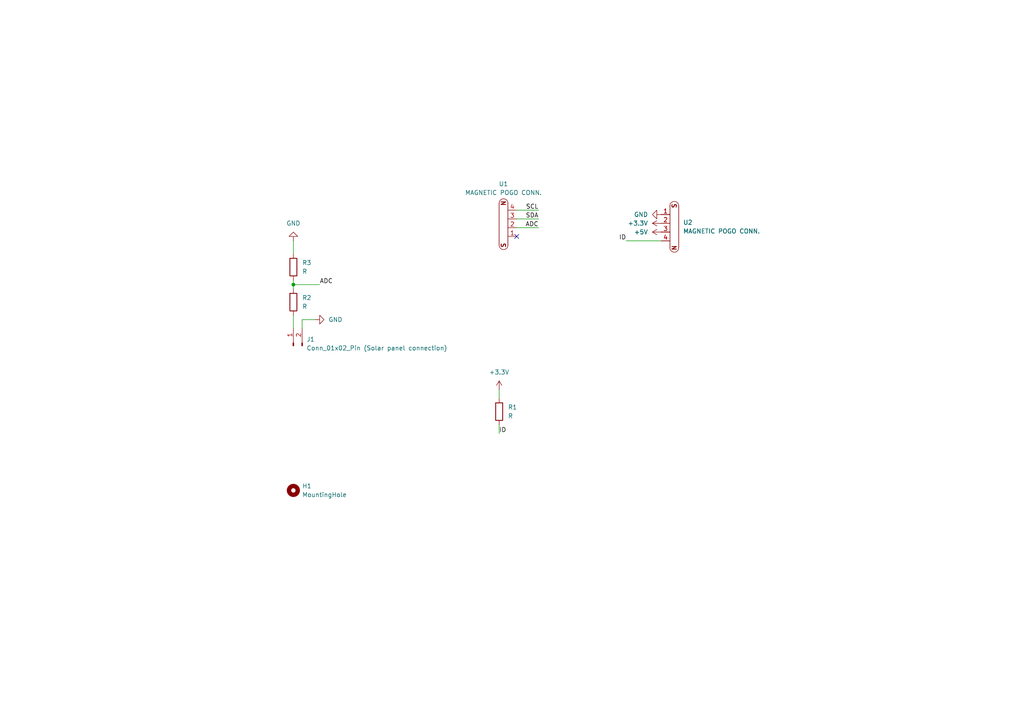
<source format=kicad_sch>
(kicad_sch (version 20250114) (generator "eeschema") (generator_version "9.0")
  (paper "A4")
  (lib_symbols
    (symbol "Connector:Conn_01x02_Pin" (pin_names (offset 1.016) (hide yes))
      (property "Reference" "J" (at 0 2.54 0))
      (property "Value" "Conn_01x02_Pin" (at 0 -5.08 0))
      (symbol "Conn_01x02_Pin_1_1"
        (rectangle (start 0.8636 0.127) (end 0 -0.127) (stroke (width 0.1524)) (fill (type outline)))
        (rectangle (start 0.8636 -2.413) (end 0 -2.667) (stroke (width 0.1524)) (fill (type outline)))
        (polyline (pts (xy 1.27 0) (xy 0.8636 0)) (stroke (width 0.1524)))
        (polyline (pts (xy 1.27 -2.54) (xy 0.8636 -2.54)) (stroke (width 0.1524)))
        (pin passive line (at 5.08 0 180) (length 3.81) (name "Pin_1") (number "1"))
        (pin passive line (at 5.08 -2.54 180) (length 3.81) (name "Pin_2") (number "2"))
      )
    )
    (symbol "Device:R" (pin_numbers (hide yes)) (pin_names (offset 0))
      (property "Reference" "R" (at 2.032 0 90))
      (property "Value" "R" (at 0 0 90))
      (symbol "R_0_1"
        (rectangle (start -1.016 -2.54) (end 1.016 2.54) (stroke (width 0.254)))
      )
      (symbol "R_1_1"
        (pin passive line (at 0 3.81 270) (length 1.27) (name "~") (number "1"))
        (pin passive line (at 0 -3.81 90) (length 1.27) (name "~") (number "2"))
      )
    )
    (symbol "Mechanical:MountingHole" (pin_names (offset 1.016)) (in_bom no)
      (property "Reference" "H" (at 0 5.08 0))
      (property "Value" "MountingHole" (at 0 3.175 0))
      (symbol "MountingHole_0_1"
        (circle (center 0 0) (radius 1.27) (stroke (width 1.27)))
      )
    )
    (symbol "magnetic_pogo_conn.:MAGNETIC_POGO_CONN."
      (property "Reference" "U" (at 0.508 4.826 0))
      (property "Value" "MAGNETIC POGO CONN." (at 0.508 2.54 0))
      (symbol "MAGNETIC_POGO_CONN._1_1"
        (rectangle (start -5.08 1.2954) (end 7.112 1.27) (fill (type background)))
        (arc (start -5.08 -1.27) (mid -6.35 0) (end -5.08 1.27))
        (rectangle (start -5.08 -1.2446) (end 7.112 -1.27) (fill (type background)))
        (arc (start 7.112 1.27) (mid 8.382 0) (end 7.112 -1.27))
        (text "S" (at -5.08 0 0) (effects (font (size 1.27 1.27) (thickness 0.254) (bold yes))))
        (text "N" (at 7.112 0 0) (effects (font (size 1.27 1.27) (thickness 0.254) (bold yes))))
        (pin bidirectional line (at -2.54 -3.81 90) (length 2.54) (name "") (number "1"))
        (pin bidirectional line (at 0 -3.81 90) (length 2.54) (name "") (number "2"))
        (pin bidirectional line (at 2.54 -3.81 90) (length 2.54) (name "") (number "3"))
        (pin bidirectional line (at 5.08 -3.81 90) (length 2.54) (name "") (number "4"))
      )
    )
    (symbol "power:+3.3V" (power) (pin_numbers (hide yes)) (pin_names (offset 0) (hide yes))
      (property "Value" "+3.3V" (at 0 3.556 0))
      (symbol "+3.3V_0_1"
        (polyline (pts (xy -0.762 1.27) (xy 0 2.54)))
        (polyline (pts (xy 0 2.54) (xy 0.762 1.27)))
        (polyline (pts (xy 0 0) (xy 0 2.54)))
      )
      (symbol "+3.3V_1_1"
        (pin power_in line (at 0 0 90) (length 0) (name "~") (number "1"))
      )
    )
    (symbol "power:+5V" (power) (pin_numbers (hide yes)) (pin_names (offset 0) (hide yes))
      (property "Value" "+5V" (at 0 3.556 0))
      (symbol "+5V_0_1"
        (polyline (pts (xy -0.762 1.27) (xy 0 2.54)))
        (polyline (pts (xy 0 2.54) (xy 0.762 1.27)))
        (polyline (pts (xy 0 0) (xy 0 2.54)))
      )
      (symbol "+5V_1_1"
        (pin power_in line (at 0 0 90) (length 0) (name "~") (number "1"))
      )
    )
    (symbol "power:GND" (power) (pin_numbers (hide yes)) (pin_names (offset 0) (hide yes))
      (property "Value" "GND" (at 0 -3.81 0))
      (symbol "GND_0_1"
        (polyline (pts (xy 0 0) (xy 0 -1.27) (xy 1.27 -1.27) (xy 0 -2.54) (xy -1.27 -1.27) (xy 0 -1.27)))
      )
      (symbol "GND_1_1"
        (pin power_in line (at 0 0 270) (length 0) (name "~") (number "1"))
      )
    )
  )
  (junction (at 85.09 82.55))
  (no_connect (at 149.86 68.58))
  (wire (pts (xy 144.78 113.03) (xy 144.78 115.57)))
  (wire (pts (xy 156.21 66.04) (xy 149.86 66.04)))
  (wire (pts (xy 85.09 91.44) (xy 85.09 95.25)))
  (wire (pts (xy 85.09 82.55) (xy 85.09 83.82)))
  (wire (pts (xy 85.09 82.55) (xy 92.71 82.55)))
  (wire (pts (xy 181.61 69.85) (xy 191.77 69.85)))
  (wire (pts (xy 87.63 92.71) (xy 91.44 92.71)))
  (wire (pts (xy 156.21 60.96) (xy 149.86 60.96)))
  (wire (pts (xy 85.09 69.85) (xy 85.09 73.66)))
  (wire (pts (xy 144.78 125.73) (xy 144.78 123.19)))
  (wire (pts (xy 87.63 95.25) (xy 87.63 92.71)))
  (wire (pts (xy 156.21 63.5) (xy 149.86 63.5)))
  (wire (pts (xy 85.09 81.28) (xy 85.09 82.55)))
  (label "ADC" (at 92.71 82.55 0))
  (label "SCL" (at 156.21 60.96 180))
  (label "SDA" (at 156.21 63.5 180))
  (label "ID" (at 144.78 125.73 0))
  (label "ID" (at 181.61 69.85 180))
  (label "ADC" (at 156.21 66.04 180))
  (symbol (lib_id "Mechanical:MountingHole") (at 85.09 142.24 0) (unit 1) (in_bom no)
    (property "Reference" "H1" (at 87.63 140.9699 0) (effects (justify left)))
    (property "Value" "MountingHole" (at 87.63 143.5099 0) (effects (justify left)))
    (property "Footprint" "MountingHole:MountingHole_2.7mm_M2.5_Pad" (effects (hide yes)))
    (property "Description" "Mounting Hole without connection" (effects (hide yes)))
  )
  (symbol (lib_id "power:GND") (at 91.44 92.71 90) (unit 1)
    (property "Reference" "#PWR04" (effects (hide yes)))
    (property "Value" "GND" (at 95.25 92.7099 90) (effects (justify right)))
    (property "Description" "Power symbol creates a global label with name \"GND\" , ground" (effects (hide yes)))
  )
  (symbol (lib_id "magnetic_pogo_conn.:MAGNETIC_POGO_CONN.") (at 146.05 66.04 90) (unit 1)
    (property "Reference" "U1" (at 146.0373 53.34 90))
    (property "Value" "MAGNETIC POGO CONN." (at 146.0373 55.88 90))
    (property "Footprint" "batteryholder:MAGNETIC POGO CONN." (effects (hide yes)))
  )
  (symbol (lib_id "power:GND") (at 191.77 62.23 270) (unit 1)
    (property "Reference" "#PWR01" (effects (hide yes)))
    (property "Value" "GND" (at 187.96 62.2299 90) (effects (justify right)))
    (property "Description" "Power symbol creates a global label with name \"GND\" , ground" (effects (hide yes)))
  )
  (symbol (lib_id "Device:R") (at 85.09 77.47 0) (unit 1)
    (property "Reference" "R3" (at 87.63 76.1999 0) (effects (justify left)))
    (property "Value" "R" (at 87.63 78.7399 0) (effects (justify left)))
    (property "Footprint" "Resistor_SMD:R_0805_2012Metric" (effects (hide yes)))
    (property "Description" "Resistor" (effects (hide yes)))
  )
  (symbol (lib_id "power:+3.3V") (at 144.78 113.03 0) (unit 1)
    (property "Reference" "#PWR02" (effects (hide yes)))
    (property "Value" "+3.3V" (at 144.78 107.95 0))
    (property "Description" "Power symbol creates a global label with name \"+3.3V\"" (effects (hide yes)))
  )
  (symbol (lib_id "magnetic_pogo_conn.:MAGNETIC_POGO_CONN.") (at 195.58 64.77 270) (unit 1)
    (property "Reference" "U2" (at 198.12 64.5159 90) (effects (justify left)))
    (property "Value" "MAGNETIC POGO CONN." (at 198.12 67.0559 90) (effects (justify left)))
    (property "Footprint" "batteryholder:MAGNETIC POGO CONN." (effects (hide yes)))
  )
  (symbol (lib_id "power:+3.3V") (at 191.77 64.77 90) (unit 1)
    (property "Reference" "#PWR03" (effects (hide yes)))
    (property "Value" "+3.3V" (at 187.96 64.7699 90) (effects (justify left)))
    (property "Description" "Power symbol creates a global label with name \"+3.3V\"" (effects (hide yes)))
  )
  (symbol (lib_id "Device:R") (at 85.09 87.63 0) (unit 1)
    (property "Reference" "R2" (at 87.63 86.3599 0) (effects (justify left)))
    (property "Value" "R" (at 87.63 88.8999 0) (effects (justify left)))
    (property "Footprint" "Resistor_SMD:R_0805_2012Metric" (effects (hide yes)))
    (property "Description" "Resistor" (effects (hide yes)))
  )
  (symbol (lib_id "Connector:Conn_01x02_Pin") (at 85.09 100.33 90) (unit 1)
    (property "Reference" "J1" (at 88.9 98.4249 90) (effects (justify right)))
    (property "Value" "Conn_01x02_Pin (Solar panel connection)" (at 88.9 100.9649 90) (effects (justify right)))
    (property "Footprint" "Connector_JST:JST_PH_B2B-PH-K_1x02_P2.00mm_Vertical" (effects (hide yes)))
    (property "Description" "Generic connector, single row, 01x02, script generated" (effects (hide yes)))
  )
  (symbol (lib_id "power:GND") (at 85.09 69.85 180) (unit 1)
    (property "Reference" "#PWR05" (effects (hide yes)))
    (property "Value" "GND" (at 85.09 64.77 0))
    (property "Description" "Power symbol creates a global label with name \"GND\" , ground" (effects (hide yes)))
  )
  (symbol (lib_id "Device:R") (at 144.78 119.38 0) (unit 1)
    (property "Reference" "R1" (at 147.32 118.1099 0) (effects (justify left)))
    (property "Value" "R" (at 147.32 120.6499 0) (effects (justify left)))
    (property "Footprint" "Resistor_SMD:R_0805_2012Metric" (effects (hide yes)))
    (property "Description" "Resistor" (effects (hide yes)))
  )
  (symbol (lib_id "power:+5V") (at 191.77 67.31 90) (unit 1)
    (property "Reference" "#PWR06" (effects (hide yes)))
    (property "Value" "+5V" (at 187.96 67.3099 90) (effects (justify left)))
    (property "Description" "Power symbol creates a global label with name \"+5V\"" (effects (hide yes)))
  )
)
</source>
